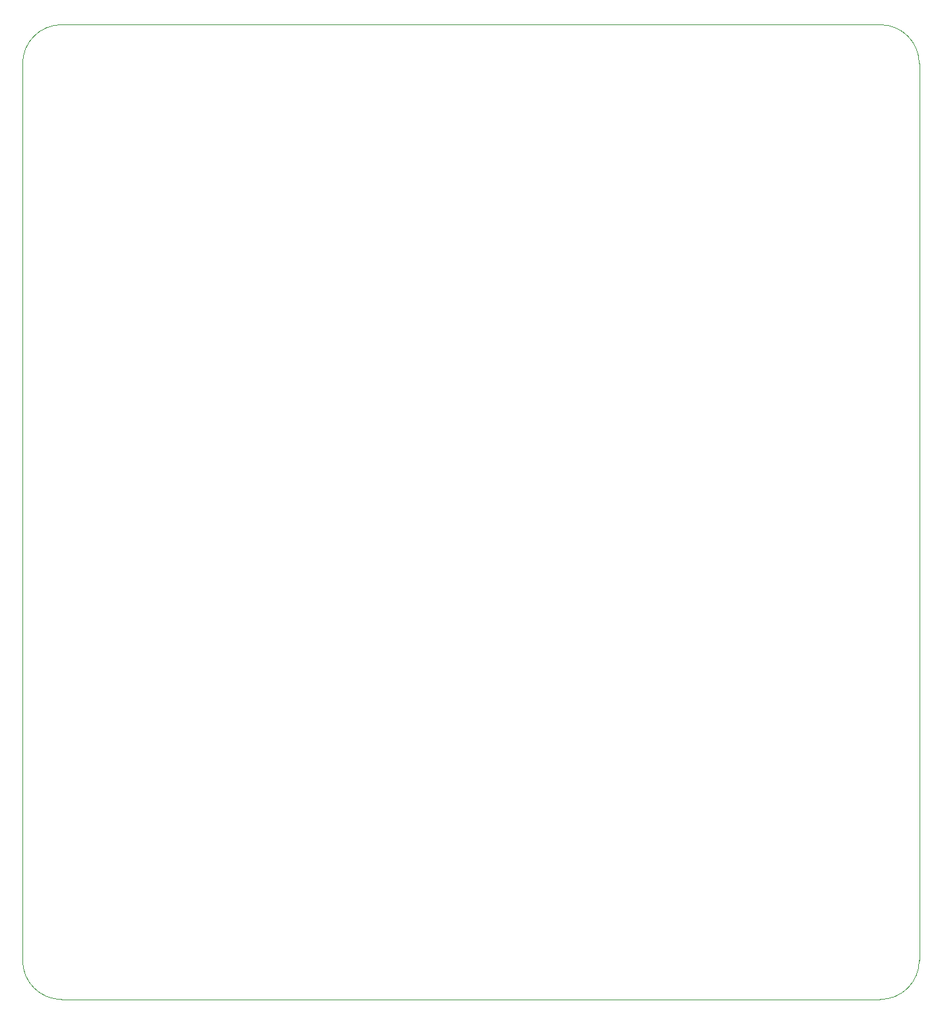
<source format=gbr>
%TF.GenerationSoftware,KiCad,Pcbnew,8.0.7*%
%TF.CreationDate,2025-02-09T22:58:21-06:00*%
%TF.ProjectId,FSAE_BMS,46534145-5f42-44d5-932e-6b696361645f,rev?*%
%TF.SameCoordinates,Original*%
%TF.FileFunction,Profile,NP*%
%FSLAX46Y46*%
G04 Gerber Fmt 4.6, Leading zero omitted, Abs format (unit mm)*
G04 Created by KiCad (PCBNEW 8.0.7) date 2025-02-09 22:58:21*
%MOMM*%
%LPD*%
G01*
G04 APERTURE LIST*
%TA.AperFunction,Profile*%
%ADD10C,0.050000*%
%TD*%
G04 APERTURE END LIST*
D10*
X200300000Y-150000000D02*
X95300000Y-150000000D01*
X205300000Y-145000000D02*
G75*
G02*
X200300000Y-150000000I-5000000J0D01*
G01*
X205300000Y-30000000D02*
X205300000Y-145000000D01*
X95300000Y-150000000D02*
G75*
G02*
X90300000Y-145000000I0J5000000D01*
G01*
X95300000Y-25000000D02*
X200300000Y-25000000D01*
X90300000Y-145000000D02*
X90300000Y-30000000D01*
X200300000Y-25000000D02*
G75*
G02*
X205300000Y-30000000I0J-5000000D01*
G01*
X90300000Y-30000000D02*
G75*
G02*
X95300000Y-25000000I5000000J0D01*
G01*
M02*

</source>
